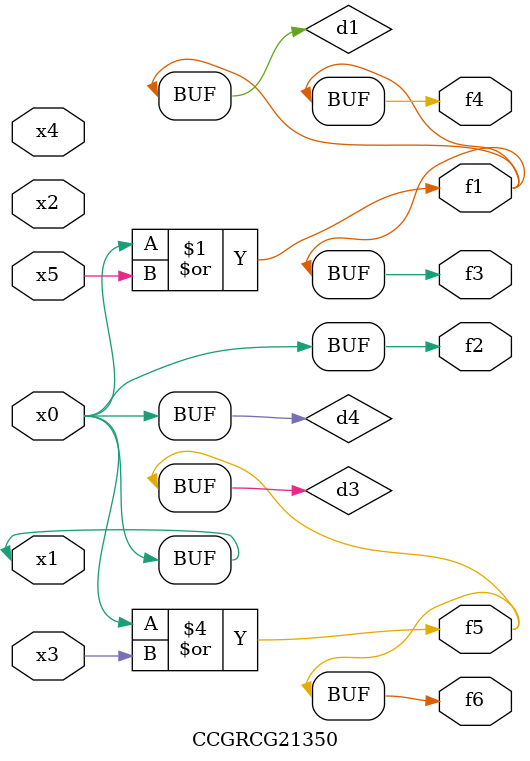
<source format=v>
module CCGRCG21350(
	input x0, x1, x2, x3, x4, x5,
	output f1, f2, f3, f4, f5, f6
);

	wire d1, d2, d3, d4;

	or (d1, x0, x5);
	xnor (d2, x1, x4);
	or (d3, x0, x3);
	buf (d4, x0, x1);
	assign f1 = d1;
	assign f2 = d4;
	assign f3 = d1;
	assign f4 = d1;
	assign f5 = d3;
	assign f6 = d3;
endmodule

</source>
